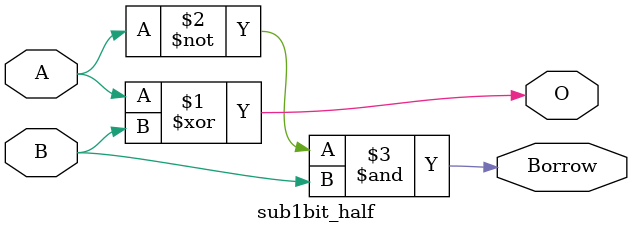
<source format=v>
module sub1bit_half(
    input  A,
    input  B,
    output O,
    output Borrow
);

// | A | B | O | B |
// |---|---|---|---|
// | 0 | 0 | 0 | 0 |
// | 0 | 1 | 1 | 1 |
// | 1 | 0 | 1 | 0 |
// | 1 | 1 | 0 | 0 |


assign O = A ^ B;
assign Borrow = (~A) & B;

endmodule
</source>
